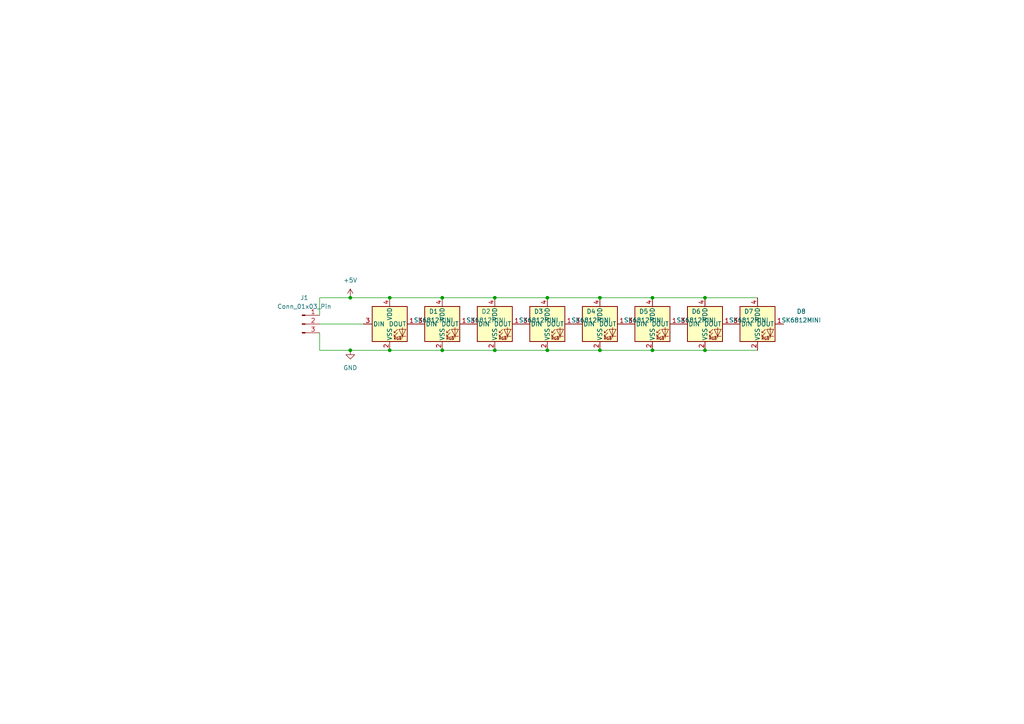
<source format=kicad_sch>
(kicad_sch (version 20230121) (generator eeschema)
  (paper "A4")
  (lib_symbols
    (symbol "Connector:Conn_01x03_Pin" (pin_names (offset 1.016) hide)
      (property "Reference" "J" (at 0 5.08 0))
      (property "Value" "Conn_01x03_Pin" (at 0 -5.08 0))
      (symbol "Conn_01x03_Pin_1_1"
        (polyline (pts (xy 1.27 -2.54) (xy 0.8636 -2.54)) (stroke (width 0.1524)))
        (polyline (pts (xy 1.27 0) (xy 0.8636 0)) (stroke (width 0.1524)))
        (polyline (pts (xy 1.27 2.54) (xy 0.8636 2.54)) (stroke (width 0.1524)))
        (rectangle (start 0.8636 -2.413) (end 0 -2.667) (stroke (width 0.1524)) (fill (type outline)))
        (rectangle (start 0.8636 0.127) (end 0 -0.127) (stroke (width 0.1524)) (fill (type outline)))
        (rectangle (start 0.8636 2.667) (end 0 2.413) (stroke (width 0.1524)) (fill (type outline)))
        (pin passive line (at 5.08 2.54 180) (length 3.81) (name "Pin_1") (number "1"))
        (pin passive line (at 5.08 0 180) (length 3.81) (name "Pin_2") (number "2"))
        (pin passive line (at 5.08 -2.54 180) (length 3.81) (name "Pin_3") (number "3"))
      )
    )
    (symbol "LED:SK6812MINI" (pin_names (offset 0.254))
      (property "Reference" "D" (at 5.08 5.715 0))
      (property "Value" "SK6812MINI" (at 1.27 -5.715 0))
      (symbol "SK6812MINI_0_0"
        (text "RGB" (at 2.286 -4.191 0) (effects (font (size 0.762 0.762))))
      )
      (symbol "SK6812MINI_0_1"
        (polyline (pts (xy 1.27 -3.556) (xy 1.778 -3.556)))
        (polyline (pts (xy 1.27 -2.54) (xy 1.778 -2.54)))
        (polyline (pts (xy 4.699 -3.556) (xy 2.667 -3.556)))
        (polyline (pts (xy 2.286 -2.54) (xy 1.27 -3.556) (xy 1.27 -3.048)))
        (polyline (pts (xy 2.286 -1.524) (xy 1.27 -2.54) (xy 1.27 -2.032)))
        (polyline (pts (xy 3.683 -1.016) (xy 3.683 -3.556) (xy 3.683 -4.064)))
        (polyline (pts (xy 4.699 -1.524) (xy 2.667 -1.524) (xy 3.683 -3.556) (xy 4.699 -1.524)))
        (rectangle (start 5.08 5.08) (end -5.08 -5.08) (stroke (width 0.254)) (fill (type background)))
      )
      (symbol "SK6812MINI_1_1"
        (pin output line (at 7.62 0 180) (length 2.54) (name "DOUT") (number "1"))
        (pin power_in line (at 0 -7.62 90) (length 2.54) (name "VSS") (number "2"))
        (pin input line (at -7.62 0 0) (length 2.54) (name "DIN") (number "3"))
        (pin power_in line (at 0 7.62 270) (length 2.54) (name "VDD") (number "4"))
      )
    )
    (symbol "power:+5V" (power) (pin_names (offset 0))
      (property "Value" "+5V" (at 0 3.556 0))
      (symbol "+5V_0_1"
        (polyline (pts (xy -0.762 1.27) (xy 0 2.54)))
        (polyline (pts (xy 0 0) (xy 0 2.54)))
        (polyline (pts (xy 0 2.54) (xy 0.762 1.27)))
      )
      (symbol "+5V_1_1"
        (pin power_in line (at 0 0 90) (length 0) hide (name "+5V") (number "1"))
      )
    )
    (symbol "power:GND" (power) (pin_names (offset 0))
      (property "Value" "GND" (at 0 -3.81 0))
      (symbol "GND_0_1"
        (polyline (pts (xy 0 0) (xy 0 -1.27) (xy 1.27 -1.27) (xy 0 -2.54) (xy -1.27 -1.27) (xy 0 -1.27)))
      )
      (symbol "GND_1_1"
        (pin power_in line (at 0 0 270) (length 0) hide (name "GND") (number "1"))
      )
    )
  )
  (junction (at 158.75 101.6))
  (junction (at 173.99 86.36))
  (junction (at 204.47 101.6))
  (junction (at 128.27 86.36))
  (junction (at 189.23 101.6))
  (junction (at 101.6 86.36))
  (junction (at 128.27 101.6))
  (junction (at 204.47 86.36))
  (junction (at 189.23 86.36))
  (junction (at 173.99 101.6))
  (junction (at 113.03 101.6))
  (junction (at 143.51 86.36))
  (junction (at 143.51 101.6))
  (junction (at 158.75 86.36))
  (junction (at 113.03 86.36))
  (junction (at 101.6 101.6))
  (wire (pts (xy 92.71 101.6) (xy 92.71 96.52)))
  (wire (pts (xy 128.27 86.36) (xy 143.51 86.36)))
  (wire (pts (xy 189.23 101.6) (xy 204.47 101.6)))
  (wire (pts (xy 92.71 86.36) (xy 101.6 86.36)))
  (wire (pts (xy 92.71 91.44) (xy 92.71 86.36)))
  (wire (pts (xy 143.51 86.36) (xy 158.75 86.36)))
  (wire (pts (xy 158.75 86.36) (xy 173.99 86.36)))
  (wire (pts (xy 173.99 86.36) (xy 189.23 86.36)))
  (wire (pts (xy 204.47 101.6) (xy 219.71 101.6)))
  (wire (pts (xy 92.71 93.98) (xy 105.41 93.98)))
  (wire (pts (xy 158.75 101.6) (xy 173.99 101.6)))
  (wire (pts (xy 189.23 86.36) (xy 204.47 86.36)))
  (wire (pts (xy 204.47 86.36) (xy 219.71 86.36)))
  (wire (pts (xy 128.27 101.6) (xy 143.51 101.6)))
  (wire (pts (xy 101.6 101.6) (xy 113.03 101.6)))
  (wire (pts (xy 173.99 101.6) (xy 189.23 101.6)))
  (wire (pts (xy 143.51 101.6) (xy 158.75 101.6)))
  (wire (pts (xy 113.03 86.36) (xy 128.27 86.36)))
  (wire (pts (xy 101.6 101.6) (xy 92.71 101.6)))
  (wire (pts (xy 113.03 101.6) (xy 128.27 101.6)))
  (wire (pts (xy 101.6 86.36) (xy 113.03 86.36)))
  (symbol (lib_id "LED:SK6812MINI") (at 204.47 93.98 0) (unit 1)
    (property "Reference" "D7" (at 217.17 90.3321 0))
    (property "Value" "SK6812MINI" (at 217.17 92.8721 0))
    (property "Footprint" "LED_SMD:LED_SK6812MINI_PLCC4_3.5x3.5mm_P1.75mm" (effects hide))
    (property "Datasheet" "https://cdn-shop.adafruit.com/product-files/2686/SK6812MINI_REV.01-1-2.pdf" (effects hide))
  )
  (symbol (lib_id "LED:SK6812MINI") (at 158.75 93.98 0) (unit 1)
    (property "Reference" "D4" (at 171.45 90.3321 0))
    (property "Value" "SK6812MINI" (at 171.45 92.8721 0))
    (property "Footprint" "LED_SMD:LED_SK6812MINI_PLCC4_3.5x3.5mm_P1.75mm" (effects hide))
    (property "Datasheet" "https://cdn-shop.adafruit.com/product-files/2686/SK6812MINI_REV.01-1-2.pdf" (effects hide))
  )
  (symbol (lib_id "power:GND") (at 101.6 101.6 0) (unit 1)
    (property "Reference" "#PWR02" (effects hide))
    (property "Value" "GND" (at 101.6 106.68 0))
  )
  (symbol (lib_id "LED:SK6812MINI") (at 219.71 93.98 0) (unit 1)
    (property "Reference" "D8" (at 232.41 90.3321 0))
    (property "Value" "SK6812MINI" (at 232.41 92.8721 0))
    (property "Footprint" "LED_SMD:LED_SK6812MINI_PLCC4_3.5x3.5mm_P1.75mm" (effects hide))
    (property "Datasheet" "https://cdn-shop.adafruit.com/product-files/2686/SK6812MINI_REV.01-1-2.pdf" (effects hide))
  )
  (symbol (lib_id "power:+5V") (at 101.6 86.36 0) (unit 1)
    (property "Reference" "#PWR01" (effects hide))
    (property "Value" "+5V" (at 101.6 81.28 0))
  )
  (symbol (lib_id "LED:SK6812MINI") (at 113.03 93.98 0) (unit 1)
    (property "Reference" "D1" (at 125.73 90.3321 0))
    (property "Value" "SK6812MINI" (at 125.73 92.8721 0))
    (property "Footprint" "LED_SMD:LED_SK6812MINI_PLCC4_3.5x3.5mm_P1.75mm" (effects hide))
    (property "Datasheet" "https://cdn-shop.adafruit.com/product-files/2686/SK6812MINI_REV.01-1-2.pdf" (effects hide))
  )
  (symbol (lib_id "LED:SK6812MINI") (at 128.27 93.98 0) (unit 1)
    (property "Reference" "D2" (at 140.97 90.3321 0))
    (property "Value" "SK6812MINI" (at 140.97 92.8721 0))
    (property "Footprint" "LED_SMD:LED_SK6812MINI_PLCC4_3.5x3.5mm_P1.75mm" (effects hide))
    (property "Datasheet" "https://cdn-shop.adafruit.com/product-files/2686/SK6812MINI_REV.01-1-2.pdf" (effects hide))
  )
  (symbol (lib_id "Connector:Conn_01x03_Pin") (at 87.63 93.98 0) (unit 1)
    (property "Reference" "J1" (at 88.265 86.36 0))
    (property "Value" "Conn_01x03_Pin" (at 88.265 88.9 0))
    (property "Footprint" "Connector_JST:JST_EH_B3B-EH-A_1x03_P2.50mm_Vertical" (effects hide))
  )
  (symbol (lib_id "LED:SK6812MINI") (at 143.51 93.98 0) (unit 1)
    (property "Reference" "D3" (at 156.21 90.3321 0))
    (property "Value" "SK6812MINI" (at 156.21 92.8721 0))
    (property "Footprint" "LED_SMD:LED_SK6812MINI_PLCC4_3.5x3.5mm_P1.75mm" (effects hide))
    (property "Datasheet" "https://cdn-shop.adafruit.com/product-files/2686/SK6812MINI_REV.01-1-2.pdf" (effects hide))
  )
  (symbol (lib_id "LED:SK6812MINI") (at 173.99 93.98 0) (unit 1)
    (property "Reference" "D5" (at 186.69 90.3321 0))
    (property "Value" "SK6812MINI" (at 186.69 92.8721 0))
    (property "Footprint" "LED_SMD:LED_SK6812MINI_PLCC4_3.5x3.5mm_P1.75mm" (effects hide))
    (property "Datasheet" "https://cdn-shop.adafruit.com/product-files/2686/SK6812MINI_REV.01-1-2.pdf" (effects hide))
  )
  (symbol (lib_id "LED:SK6812MINI") (at 189.23 93.98 0) (unit 1)
    (property "Reference" "D6" (at 201.93 90.3321 0))
    (property "Value" "SK6812MINI" (at 201.93 92.8721 0))
    (property "Footprint" "LED_SMD:LED_SK6812MINI_PLCC4_3.5x3.5mm_P1.75mm" (effects hide))
    (property "Datasheet" "https://cdn-shop.adafruit.com/product-files/2686/SK6812MINI_REV.01-1-2.pdf" (effects hide))
  )
)
</source>
